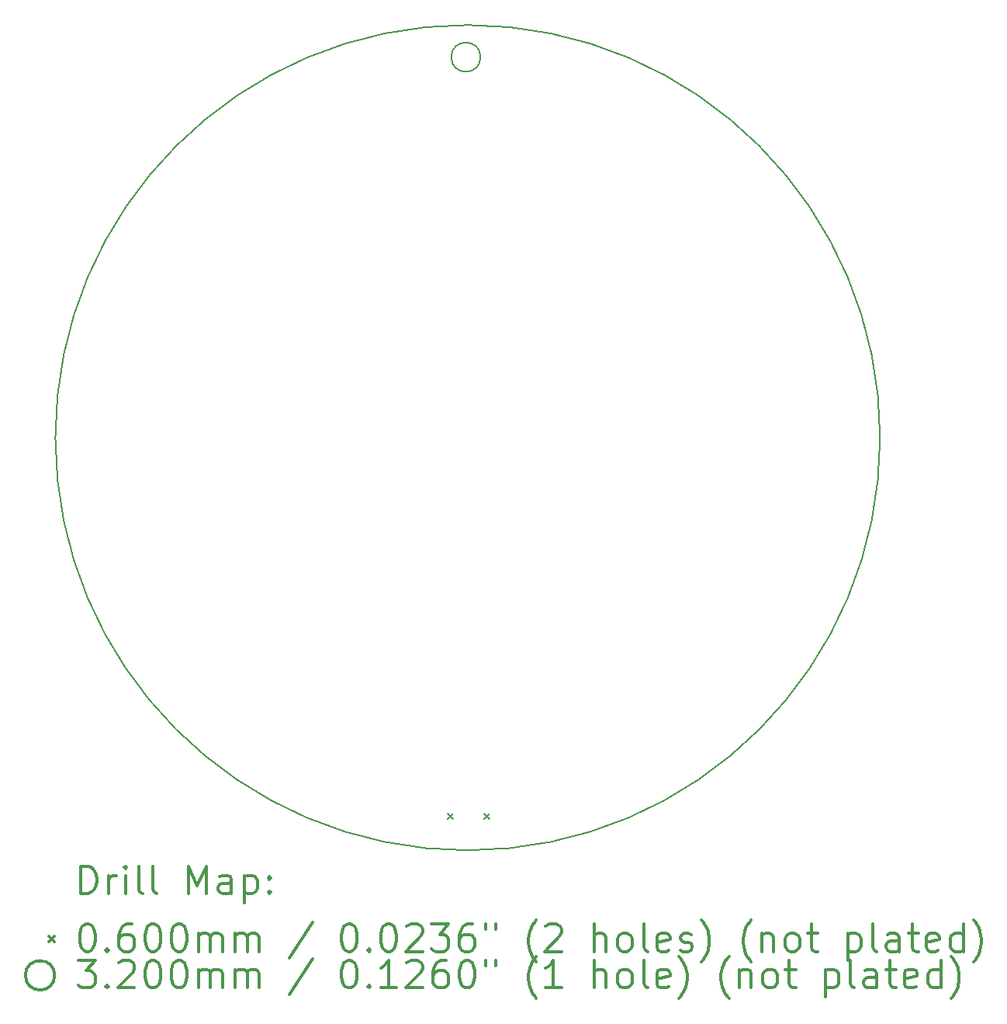
<source format=gbr>
%FSLAX45Y45*%
G04 Gerber Fmt 4.5, Leading zero omitted, Abs format (unit mm)*
G04 Created by KiCad (PCBNEW 5.1.10) date 2021-09-05 11:20:04*
%MOMM*%
%LPD*%
G01*
G04 APERTURE LIST*
%TA.AperFunction,Profile*%
%ADD10C,0.150000*%
%TD*%
%ADD11C,0.200000*%
%ADD12C,0.300000*%
G04 APERTURE END LIST*
D10*
X19520000Y-10000000D02*
G75*
G03*
X19520000Y-10000000I-4500000J0D01*
G01*
D11*
X14800000Y-14100000D02*
X14860000Y-14160000D01*
X14860000Y-14100000D02*
X14800000Y-14160000D01*
X15200000Y-14100000D02*
X15260000Y-14160000D01*
X15260000Y-14100000D02*
X15200000Y-14160000D01*
X15160000Y-5850000D02*
G75*
G03*
X15160000Y-5850000I-160000J0D01*
G01*
D12*
X10798928Y-14973214D02*
X10798928Y-14673214D01*
X10870357Y-14673214D01*
X10913214Y-14687500D01*
X10941786Y-14716071D01*
X10956071Y-14744643D01*
X10970357Y-14801786D01*
X10970357Y-14844643D01*
X10956071Y-14901786D01*
X10941786Y-14930357D01*
X10913214Y-14958929D01*
X10870357Y-14973214D01*
X10798928Y-14973214D01*
X11098928Y-14973214D02*
X11098928Y-14773214D01*
X11098928Y-14830357D02*
X11113214Y-14801786D01*
X11127500Y-14787500D01*
X11156071Y-14773214D01*
X11184643Y-14773214D01*
X11284643Y-14973214D02*
X11284643Y-14773214D01*
X11284643Y-14673214D02*
X11270357Y-14687500D01*
X11284643Y-14701786D01*
X11298928Y-14687500D01*
X11284643Y-14673214D01*
X11284643Y-14701786D01*
X11470357Y-14973214D02*
X11441786Y-14958929D01*
X11427500Y-14930357D01*
X11427500Y-14673214D01*
X11627500Y-14973214D02*
X11598928Y-14958929D01*
X11584643Y-14930357D01*
X11584643Y-14673214D01*
X11970357Y-14973214D02*
X11970357Y-14673214D01*
X12070357Y-14887500D01*
X12170357Y-14673214D01*
X12170357Y-14973214D01*
X12441786Y-14973214D02*
X12441786Y-14816071D01*
X12427500Y-14787500D01*
X12398928Y-14773214D01*
X12341786Y-14773214D01*
X12313214Y-14787500D01*
X12441786Y-14958929D02*
X12413214Y-14973214D01*
X12341786Y-14973214D01*
X12313214Y-14958929D01*
X12298928Y-14930357D01*
X12298928Y-14901786D01*
X12313214Y-14873214D01*
X12341786Y-14858929D01*
X12413214Y-14858929D01*
X12441786Y-14844643D01*
X12584643Y-14773214D02*
X12584643Y-15073214D01*
X12584643Y-14787500D02*
X12613214Y-14773214D01*
X12670357Y-14773214D01*
X12698928Y-14787500D01*
X12713214Y-14801786D01*
X12727500Y-14830357D01*
X12727500Y-14916071D01*
X12713214Y-14944643D01*
X12698928Y-14958929D01*
X12670357Y-14973214D01*
X12613214Y-14973214D01*
X12584643Y-14958929D01*
X12856071Y-14944643D02*
X12870357Y-14958929D01*
X12856071Y-14973214D01*
X12841786Y-14958929D01*
X12856071Y-14944643D01*
X12856071Y-14973214D01*
X12856071Y-14787500D02*
X12870357Y-14801786D01*
X12856071Y-14816071D01*
X12841786Y-14801786D01*
X12856071Y-14787500D01*
X12856071Y-14816071D01*
X10452500Y-15437500D02*
X10512500Y-15497500D01*
X10512500Y-15437500D02*
X10452500Y-15497500D01*
X10856071Y-15303214D02*
X10884643Y-15303214D01*
X10913214Y-15317500D01*
X10927500Y-15331786D01*
X10941786Y-15360357D01*
X10956071Y-15417500D01*
X10956071Y-15488929D01*
X10941786Y-15546071D01*
X10927500Y-15574643D01*
X10913214Y-15588929D01*
X10884643Y-15603214D01*
X10856071Y-15603214D01*
X10827500Y-15588929D01*
X10813214Y-15574643D01*
X10798928Y-15546071D01*
X10784643Y-15488929D01*
X10784643Y-15417500D01*
X10798928Y-15360357D01*
X10813214Y-15331786D01*
X10827500Y-15317500D01*
X10856071Y-15303214D01*
X11084643Y-15574643D02*
X11098928Y-15588929D01*
X11084643Y-15603214D01*
X11070357Y-15588929D01*
X11084643Y-15574643D01*
X11084643Y-15603214D01*
X11356071Y-15303214D02*
X11298928Y-15303214D01*
X11270357Y-15317500D01*
X11256071Y-15331786D01*
X11227500Y-15374643D01*
X11213214Y-15431786D01*
X11213214Y-15546071D01*
X11227500Y-15574643D01*
X11241786Y-15588929D01*
X11270357Y-15603214D01*
X11327500Y-15603214D01*
X11356071Y-15588929D01*
X11370357Y-15574643D01*
X11384643Y-15546071D01*
X11384643Y-15474643D01*
X11370357Y-15446071D01*
X11356071Y-15431786D01*
X11327500Y-15417500D01*
X11270357Y-15417500D01*
X11241786Y-15431786D01*
X11227500Y-15446071D01*
X11213214Y-15474643D01*
X11570357Y-15303214D02*
X11598928Y-15303214D01*
X11627500Y-15317500D01*
X11641786Y-15331786D01*
X11656071Y-15360357D01*
X11670357Y-15417500D01*
X11670357Y-15488929D01*
X11656071Y-15546071D01*
X11641786Y-15574643D01*
X11627500Y-15588929D01*
X11598928Y-15603214D01*
X11570357Y-15603214D01*
X11541786Y-15588929D01*
X11527500Y-15574643D01*
X11513214Y-15546071D01*
X11498928Y-15488929D01*
X11498928Y-15417500D01*
X11513214Y-15360357D01*
X11527500Y-15331786D01*
X11541786Y-15317500D01*
X11570357Y-15303214D01*
X11856071Y-15303214D02*
X11884643Y-15303214D01*
X11913214Y-15317500D01*
X11927500Y-15331786D01*
X11941786Y-15360357D01*
X11956071Y-15417500D01*
X11956071Y-15488929D01*
X11941786Y-15546071D01*
X11927500Y-15574643D01*
X11913214Y-15588929D01*
X11884643Y-15603214D01*
X11856071Y-15603214D01*
X11827500Y-15588929D01*
X11813214Y-15574643D01*
X11798928Y-15546071D01*
X11784643Y-15488929D01*
X11784643Y-15417500D01*
X11798928Y-15360357D01*
X11813214Y-15331786D01*
X11827500Y-15317500D01*
X11856071Y-15303214D01*
X12084643Y-15603214D02*
X12084643Y-15403214D01*
X12084643Y-15431786D02*
X12098928Y-15417500D01*
X12127500Y-15403214D01*
X12170357Y-15403214D01*
X12198928Y-15417500D01*
X12213214Y-15446071D01*
X12213214Y-15603214D01*
X12213214Y-15446071D02*
X12227500Y-15417500D01*
X12256071Y-15403214D01*
X12298928Y-15403214D01*
X12327500Y-15417500D01*
X12341786Y-15446071D01*
X12341786Y-15603214D01*
X12484643Y-15603214D02*
X12484643Y-15403214D01*
X12484643Y-15431786D02*
X12498928Y-15417500D01*
X12527500Y-15403214D01*
X12570357Y-15403214D01*
X12598928Y-15417500D01*
X12613214Y-15446071D01*
X12613214Y-15603214D01*
X12613214Y-15446071D02*
X12627500Y-15417500D01*
X12656071Y-15403214D01*
X12698928Y-15403214D01*
X12727500Y-15417500D01*
X12741786Y-15446071D01*
X12741786Y-15603214D01*
X13327500Y-15288929D02*
X13070357Y-15674643D01*
X13713214Y-15303214D02*
X13741786Y-15303214D01*
X13770357Y-15317500D01*
X13784643Y-15331786D01*
X13798928Y-15360357D01*
X13813214Y-15417500D01*
X13813214Y-15488929D01*
X13798928Y-15546071D01*
X13784643Y-15574643D01*
X13770357Y-15588929D01*
X13741786Y-15603214D01*
X13713214Y-15603214D01*
X13684643Y-15588929D01*
X13670357Y-15574643D01*
X13656071Y-15546071D01*
X13641786Y-15488929D01*
X13641786Y-15417500D01*
X13656071Y-15360357D01*
X13670357Y-15331786D01*
X13684643Y-15317500D01*
X13713214Y-15303214D01*
X13941786Y-15574643D02*
X13956071Y-15588929D01*
X13941786Y-15603214D01*
X13927500Y-15588929D01*
X13941786Y-15574643D01*
X13941786Y-15603214D01*
X14141786Y-15303214D02*
X14170357Y-15303214D01*
X14198928Y-15317500D01*
X14213214Y-15331786D01*
X14227500Y-15360357D01*
X14241786Y-15417500D01*
X14241786Y-15488929D01*
X14227500Y-15546071D01*
X14213214Y-15574643D01*
X14198928Y-15588929D01*
X14170357Y-15603214D01*
X14141786Y-15603214D01*
X14113214Y-15588929D01*
X14098928Y-15574643D01*
X14084643Y-15546071D01*
X14070357Y-15488929D01*
X14070357Y-15417500D01*
X14084643Y-15360357D01*
X14098928Y-15331786D01*
X14113214Y-15317500D01*
X14141786Y-15303214D01*
X14356071Y-15331786D02*
X14370357Y-15317500D01*
X14398928Y-15303214D01*
X14470357Y-15303214D01*
X14498928Y-15317500D01*
X14513214Y-15331786D01*
X14527500Y-15360357D01*
X14527500Y-15388929D01*
X14513214Y-15431786D01*
X14341786Y-15603214D01*
X14527500Y-15603214D01*
X14627500Y-15303214D02*
X14813214Y-15303214D01*
X14713214Y-15417500D01*
X14756071Y-15417500D01*
X14784643Y-15431786D01*
X14798928Y-15446071D01*
X14813214Y-15474643D01*
X14813214Y-15546071D01*
X14798928Y-15574643D01*
X14784643Y-15588929D01*
X14756071Y-15603214D01*
X14670357Y-15603214D01*
X14641786Y-15588929D01*
X14627500Y-15574643D01*
X15070357Y-15303214D02*
X15013214Y-15303214D01*
X14984643Y-15317500D01*
X14970357Y-15331786D01*
X14941786Y-15374643D01*
X14927500Y-15431786D01*
X14927500Y-15546071D01*
X14941786Y-15574643D01*
X14956071Y-15588929D01*
X14984643Y-15603214D01*
X15041786Y-15603214D01*
X15070357Y-15588929D01*
X15084643Y-15574643D01*
X15098928Y-15546071D01*
X15098928Y-15474643D01*
X15084643Y-15446071D01*
X15070357Y-15431786D01*
X15041786Y-15417500D01*
X14984643Y-15417500D01*
X14956071Y-15431786D01*
X14941786Y-15446071D01*
X14927500Y-15474643D01*
X15213214Y-15303214D02*
X15213214Y-15360357D01*
X15327500Y-15303214D02*
X15327500Y-15360357D01*
X15770357Y-15717500D02*
X15756071Y-15703214D01*
X15727500Y-15660357D01*
X15713214Y-15631786D01*
X15698928Y-15588929D01*
X15684643Y-15517500D01*
X15684643Y-15460357D01*
X15698928Y-15388929D01*
X15713214Y-15346071D01*
X15727500Y-15317500D01*
X15756071Y-15274643D01*
X15770357Y-15260357D01*
X15870357Y-15331786D02*
X15884643Y-15317500D01*
X15913214Y-15303214D01*
X15984643Y-15303214D01*
X16013214Y-15317500D01*
X16027500Y-15331786D01*
X16041786Y-15360357D01*
X16041786Y-15388929D01*
X16027500Y-15431786D01*
X15856071Y-15603214D01*
X16041786Y-15603214D01*
X16398928Y-15603214D02*
X16398928Y-15303214D01*
X16527500Y-15603214D02*
X16527500Y-15446071D01*
X16513214Y-15417500D01*
X16484643Y-15403214D01*
X16441786Y-15403214D01*
X16413214Y-15417500D01*
X16398928Y-15431786D01*
X16713214Y-15603214D02*
X16684643Y-15588929D01*
X16670357Y-15574643D01*
X16656071Y-15546071D01*
X16656071Y-15460357D01*
X16670357Y-15431786D01*
X16684643Y-15417500D01*
X16713214Y-15403214D01*
X16756071Y-15403214D01*
X16784643Y-15417500D01*
X16798928Y-15431786D01*
X16813214Y-15460357D01*
X16813214Y-15546071D01*
X16798928Y-15574643D01*
X16784643Y-15588929D01*
X16756071Y-15603214D01*
X16713214Y-15603214D01*
X16984643Y-15603214D02*
X16956071Y-15588929D01*
X16941786Y-15560357D01*
X16941786Y-15303214D01*
X17213214Y-15588929D02*
X17184643Y-15603214D01*
X17127500Y-15603214D01*
X17098928Y-15588929D01*
X17084643Y-15560357D01*
X17084643Y-15446071D01*
X17098928Y-15417500D01*
X17127500Y-15403214D01*
X17184643Y-15403214D01*
X17213214Y-15417500D01*
X17227500Y-15446071D01*
X17227500Y-15474643D01*
X17084643Y-15503214D01*
X17341786Y-15588929D02*
X17370357Y-15603214D01*
X17427500Y-15603214D01*
X17456071Y-15588929D01*
X17470357Y-15560357D01*
X17470357Y-15546071D01*
X17456071Y-15517500D01*
X17427500Y-15503214D01*
X17384643Y-15503214D01*
X17356071Y-15488929D01*
X17341786Y-15460357D01*
X17341786Y-15446071D01*
X17356071Y-15417500D01*
X17384643Y-15403214D01*
X17427500Y-15403214D01*
X17456071Y-15417500D01*
X17570357Y-15717500D02*
X17584643Y-15703214D01*
X17613214Y-15660357D01*
X17627500Y-15631786D01*
X17641786Y-15588929D01*
X17656071Y-15517500D01*
X17656071Y-15460357D01*
X17641786Y-15388929D01*
X17627500Y-15346071D01*
X17613214Y-15317500D01*
X17584643Y-15274643D01*
X17570357Y-15260357D01*
X18113214Y-15717500D02*
X18098928Y-15703214D01*
X18070357Y-15660357D01*
X18056071Y-15631786D01*
X18041786Y-15588929D01*
X18027500Y-15517500D01*
X18027500Y-15460357D01*
X18041786Y-15388929D01*
X18056071Y-15346071D01*
X18070357Y-15317500D01*
X18098928Y-15274643D01*
X18113214Y-15260357D01*
X18227500Y-15403214D02*
X18227500Y-15603214D01*
X18227500Y-15431786D02*
X18241786Y-15417500D01*
X18270357Y-15403214D01*
X18313214Y-15403214D01*
X18341786Y-15417500D01*
X18356071Y-15446071D01*
X18356071Y-15603214D01*
X18541786Y-15603214D02*
X18513214Y-15588929D01*
X18498928Y-15574643D01*
X18484643Y-15546071D01*
X18484643Y-15460357D01*
X18498928Y-15431786D01*
X18513214Y-15417500D01*
X18541786Y-15403214D01*
X18584643Y-15403214D01*
X18613214Y-15417500D01*
X18627500Y-15431786D01*
X18641786Y-15460357D01*
X18641786Y-15546071D01*
X18627500Y-15574643D01*
X18613214Y-15588929D01*
X18584643Y-15603214D01*
X18541786Y-15603214D01*
X18727500Y-15403214D02*
X18841786Y-15403214D01*
X18770357Y-15303214D02*
X18770357Y-15560357D01*
X18784643Y-15588929D01*
X18813214Y-15603214D01*
X18841786Y-15603214D01*
X19170357Y-15403214D02*
X19170357Y-15703214D01*
X19170357Y-15417500D02*
X19198928Y-15403214D01*
X19256071Y-15403214D01*
X19284643Y-15417500D01*
X19298928Y-15431786D01*
X19313214Y-15460357D01*
X19313214Y-15546071D01*
X19298928Y-15574643D01*
X19284643Y-15588929D01*
X19256071Y-15603214D01*
X19198928Y-15603214D01*
X19170357Y-15588929D01*
X19484643Y-15603214D02*
X19456071Y-15588929D01*
X19441786Y-15560357D01*
X19441786Y-15303214D01*
X19727500Y-15603214D02*
X19727500Y-15446071D01*
X19713214Y-15417500D01*
X19684643Y-15403214D01*
X19627500Y-15403214D01*
X19598928Y-15417500D01*
X19727500Y-15588929D02*
X19698928Y-15603214D01*
X19627500Y-15603214D01*
X19598928Y-15588929D01*
X19584643Y-15560357D01*
X19584643Y-15531786D01*
X19598928Y-15503214D01*
X19627500Y-15488929D01*
X19698928Y-15488929D01*
X19727500Y-15474643D01*
X19827500Y-15403214D02*
X19941786Y-15403214D01*
X19870357Y-15303214D02*
X19870357Y-15560357D01*
X19884643Y-15588929D01*
X19913214Y-15603214D01*
X19941786Y-15603214D01*
X20156071Y-15588929D02*
X20127500Y-15603214D01*
X20070357Y-15603214D01*
X20041786Y-15588929D01*
X20027500Y-15560357D01*
X20027500Y-15446071D01*
X20041786Y-15417500D01*
X20070357Y-15403214D01*
X20127500Y-15403214D01*
X20156071Y-15417500D01*
X20170357Y-15446071D01*
X20170357Y-15474643D01*
X20027500Y-15503214D01*
X20427500Y-15603214D02*
X20427500Y-15303214D01*
X20427500Y-15588929D02*
X20398928Y-15603214D01*
X20341786Y-15603214D01*
X20313214Y-15588929D01*
X20298928Y-15574643D01*
X20284643Y-15546071D01*
X20284643Y-15460357D01*
X20298928Y-15431786D01*
X20313214Y-15417500D01*
X20341786Y-15403214D01*
X20398928Y-15403214D01*
X20427500Y-15417500D01*
X20541786Y-15717500D02*
X20556071Y-15703214D01*
X20584643Y-15660357D01*
X20598928Y-15631786D01*
X20613214Y-15588929D01*
X20627500Y-15517500D01*
X20627500Y-15460357D01*
X20613214Y-15388929D01*
X20598928Y-15346071D01*
X20584643Y-15317500D01*
X20556071Y-15274643D01*
X20541786Y-15260357D01*
X10512500Y-15863500D02*
G75*
G03*
X10512500Y-15863500I-160000J0D01*
G01*
X10770357Y-15699214D02*
X10956071Y-15699214D01*
X10856071Y-15813500D01*
X10898928Y-15813500D01*
X10927500Y-15827786D01*
X10941786Y-15842071D01*
X10956071Y-15870643D01*
X10956071Y-15942071D01*
X10941786Y-15970643D01*
X10927500Y-15984929D01*
X10898928Y-15999214D01*
X10813214Y-15999214D01*
X10784643Y-15984929D01*
X10770357Y-15970643D01*
X11084643Y-15970643D02*
X11098928Y-15984929D01*
X11084643Y-15999214D01*
X11070357Y-15984929D01*
X11084643Y-15970643D01*
X11084643Y-15999214D01*
X11213214Y-15727786D02*
X11227500Y-15713500D01*
X11256071Y-15699214D01*
X11327500Y-15699214D01*
X11356071Y-15713500D01*
X11370357Y-15727786D01*
X11384643Y-15756357D01*
X11384643Y-15784929D01*
X11370357Y-15827786D01*
X11198928Y-15999214D01*
X11384643Y-15999214D01*
X11570357Y-15699214D02*
X11598928Y-15699214D01*
X11627500Y-15713500D01*
X11641786Y-15727786D01*
X11656071Y-15756357D01*
X11670357Y-15813500D01*
X11670357Y-15884929D01*
X11656071Y-15942071D01*
X11641786Y-15970643D01*
X11627500Y-15984929D01*
X11598928Y-15999214D01*
X11570357Y-15999214D01*
X11541786Y-15984929D01*
X11527500Y-15970643D01*
X11513214Y-15942071D01*
X11498928Y-15884929D01*
X11498928Y-15813500D01*
X11513214Y-15756357D01*
X11527500Y-15727786D01*
X11541786Y-15713500D01*
X11570357Y-15699214D01*
X11856071Y-15699214D02*
X11884643Y-15699214D01*
X11913214Y-15713500D01*
X11927500Y-15727786D01*
X11941786Y-15756357D01*
X11956071Y-15813500D01*
X11956071Y-15884929D01*
X11941786Y-15942071D01*
X11927500Y-15970643D01*
X11913214Y-15984929D01*
X11884643Y-15999214D01*
X11856071Y-15999214D01*
X11827500Y-15984929D01*
X11813214Y-15970643D01*
X11798928Y-15942071D01*
X11784643Y-15884929D01*
X11784643Y-15813500D01*
X11798928Y-15756357D01*
X11813214Y-15727786D01*
X11827500Y-15713500D01*
X11856071Y-15699214D01*
X12084643Y-15999214D02*
X12084643Y-15799214D01*
X12084643Y-15827786D02*
X12098928Y-15813500D01*
X12127500Y-15799214D01*
X12170357Y-15799214D01*
X12198928Y-15813500D01*
X12213214Y-15842071D01*
X12213214Y-15999214D01*
X12213214Y-15842071D02*
X12227500Y-15813500D01*
X12256071Y-15799214D01*
X12298928Y-15799214D01*
X12327500Y-15813500D01*
X12341786Y-15842071D01*
X12341786Y-15999214D01*
X12484643Y-15999214D02*
X12484643Y-15799214D01*
X12484643Y-15827786D02*
X12498928Y-15813500D01*
X12527500Y-15799214D01*
X12570357Y-15799214D01*
X12598928Y-15813500D01*
X12613214Y-15842071D01*
X12613214Y-15999214D01*
X12613214Y-15842071D02*
X12627500Y-15813500D01*
X12656071Y-15799214D01*
X12698928Y-15799214D01*
X12727500Y-15813500D01*
X12741786Y-15842071D01*
X12741786Y-15999214D01*
X13327500Y-15684929D02*
X13070357Y-16070643D01*
X13713214Y-15699214D02*
X13741786Y-15699214D01*
X13770357Y-15713500D01*
X13784643Y-15727786D01*
X13798928Y-15756357D01*
X13813214Y-15813500D01*
X13813214Y-15884929D01*
X13798928Y-15942071D01*
X13784643Y-15970643D01*
X13770357Y-15984929D01*
X13741786Y-15999214D01*
X13713214Y-15999214D01*
X13684643Y-15984929D01*
X13670357Y-15970643D01*
X13656071Y-15942071D01*
X13641786Y-15884929D01*
X13641786Y-15813500D01*
X13656071Y-15756357D01*
X13670357Y-15727786D01*
X13684643Y-15713500D01*
X13713214Y-15699214D01*
X13941786Y-15970643D02*
X13956071Y-15984929D01*
X13941786Y-15999214D01*
X13927500Y-15984929D01*
X13941786Y-15970643D01*
X13941786Y-15999214D01*
X14241786Y-15999214D02*
X14070357Y-15999214D01*
X14156071Y-15999214D02*
X14156071Y-15699214D01*
X14127500Y-15742071D01*
X14098928Y-15770643D01*
X14070357Y-15784929D01*
X14356071Y-15727786D02*
X14370357Y-15713500D01*
X14398928Y-15699214D01*
X14470357Y-15699214D01*
X14498928Y-15713500D01*
X14513214Y-15727786D01*
X14527500Y-15756357D01*
X14527500Y-15784929D01*
X14513214Y-15827786D01*
X14341786Y-15999214D01*
X14527500Y-15999214D01*
X14784643Y-15699214D02*
X14727500Y-15699214D01*
X14698928Y-15713500D01*
X14684643Y-15727786D01*
X14656071Y-15770643D01*
X14641786Y-15827786D01*
X14641786Y-15942071D01*
X14656071Y-15970643D01*
X14670357Y-15984929D01*
X14698928Y-15999214D01*
X14756071Y-15999214D01*
X14784643Y-15984929D01*
X14798928Y-15970643D01*
X14813214Y-15942071D01*
X14813214Y-15870643D01*
X14798928Y-15842071D01*
X14784643Y-15827786D01*
X14756071Y-15813500D01*
X14698928Y-15813500D01*
X14670357Y-15827786D01*
X14656071Y-15842071D01*
X14641786Y-15870643D01*
X14998928Y-15699214D02*
X15027500Y-15699214D01*
X15056071Y-15713500D01*
X15070357Y-15727786D01*
X15084643Y-15756357D01*
X15098928Y-15813500D01*
X15098928Y-15884929D01*
X15084643Y-15942071D01*
X15070357Y-15970643D01*
X15056071Y-15984929D01*
X15027500Y-15999214D01*
X14998928Y-15999214D01*
X14970357Y-15984929D01*
X14956071Y-15970643D01*
X14941786Y-15942071D01*
X14927500Y-15884929D01*
X14927500Y-15813500D01*
X14941786Y-15756357D01*
X14956071Y-15727786D01*
X14970357Y-15713500D01*
X14998928Y-15699214D01*
X15213214Y-15699214D02*
X15213214Y-15756357D01*
X15327500Y-15699214D02*
X15327500Y-15756357D01*
X15770357Y-16113500D02*
X15756071Y-16099214D01*
X15727500Y-16056357D01*
X15713214Y-16027786D01*
X15698928Y-15984929D01*
X15684643Y-15913500D01*
X15684643Y-15856357D01*
X15698928Y-15784929D01*
X15713214Y-15742071D01*
X15727500Y-15713500D01*
X15756071Y-15670643D01*
X15770357Y-15656357D01*
X16041786Y-15999214D02*
X15870357Y-15999214D01*
X15956071Y-15999214D02*
X15956071Y-15699214D01*
X15927500Y-15742071D01*
X15898928Y-15770643D01*
X15870357Y-15784929D01*
X16398928Y-15999214D02*
X16398928Y-15699214D01*
X16527500Y-15999214D02*
X16527500Y-15842071D01*
X16513214Y-15813500D01*
X16484643Y-15799214D01*
X16441786Y-15799214D01*
X16413214Y-15813500D01*
X16398928Y-15827786D01*
X16713214Y-15999214D02*
X16684643Y-15984929D01*
X16670357Y-15970643D01*
X16656071Y-15942071D01*
X16656071Y-15856357D01*
X16670357Y-15827786D01*
X16684643Y-15813500D01*
X16713214Y-15799214D01*
X16756071Y-15799214D01*
X16784643Y-15813500D01*
X16798928Y-15827786D01*
X16813214Y-15856357D01*
X16813214Y-15942071D01*
X16798928Y-15970643D01*
X16784643Y-15984929D01*
X16756071Y-15999214D01*
X16713214Y-15999214D01*
X16984643Y-15999214D02*
X16956071Y-15984929D01*
X16941786Y-15956357D01*
X16941786Y-15699214D01*
X17213214Y-15984929D02*
X17184643Y-15999214D01*
X17127500Y-15999214D01*
X17098928Y-15984929D01*
X17084643Y-15956357D01*
X17084643Y-15842071D01*
X17098928Y-15813500D01*
X17127500Y-15799214D01*
X17184643Y-15799214D01*
X17213214Y-15813500D01*
X17227500Y-15842071D01*
X17227500Y-15870643D01*
X17084643Y-15899214D01*
X17327500Y-16113500D02*
X17341786Y-16099214D01*
X17370357Y-16056357D01*
X17384643Y-16027786D01*
X17398928Y-15984929D01*
X17413214Y-15913500D01*
X17413214Y-15856357D01*
X17398928Y-15784929D01*
X17384643Y-15742071D01*
X17370357Y-15713500D01*
X17341786Y-15670643D01*
X17327500Y-15656357D01*
X17870357Y-16113500D02*
X17856071Y-16099214D01*
X17827500Y-16056357D01*
X17813214Y-16027786D01*
X17798928Y-15984929D01*
X17784643Y-15913500D01*
X17784643Y-15856357D01*
X17798928Y-15784929D01*
X17813214Y-15742071D01*
X17827500Y-15713500D01*
X17856071Y-15670643D01*
X17870357Y-15656357D01*
X17984643Y-15799214D02*
X17984643Y-15999214D01*
X17984643Y-15827786D02*
X17998928Y-15813500D01*
X18027500Y-15799214D01*
X18070357Y-15799214D01*
X18098928Y-15813500D01*
X18113214Y-15842071D01*
X18113214Y-15999214D01*
X18298928Y-15999214D02*
X18270357Y-15984929D01*
X18256071Y-15970643D01*
X18241786Y-15942071D01*
X18241786Y-15856357D01*
X18256071Y-15827786D01*
X18270357Y-15813500D01*
X18298928Y-15799214D01*
X18341786Y-15799214D01*
X18370357Y-15813500D01*
X18384643Y-15827786D01*
X18398928Y-15856357D01*
X18398928Y-15942071D01*
X18384643Y-15970643D01*
X18370357Y-15984929D01*
X18341786Y-15999214D01*
X18298928Y-15999214D01*
X18484643Y-15799214D02*
X18598928Y-15799214D01*
X18527500Y-15699214D02*
X18527500Y-15956357D01*
X18541786Y-15984929D01*
X18570357Y-15999214D01*
X18598928Y-15999214D01*
X18927500Y-15799214D02*
X18927500Y-16099214D01*
X18927500Y-15813500D02*
X18956071Y-15799214D01*
X19013214Y-15799214D01*
X19041786Y-15813500D01*
X19056071Y-15827786D01*
X19070357Y-15856357D01*
X19070357Y-15942071D01*
X19056071Y-15970643D01*
X19041786Y-15984929D01*
X19013214Y-15999214D01*
X18956071Y-15999214D01*
X18927500Y-15984929D01*
X19241786Y-15999214D02*
X19213214Y-15984929D01*
X19198928Y-15956357D01*
X19198928Y-15699214D01*
X19484643Y-15999214D02*
X19484643Y-15842071D01*
X19470357Y-15813500D01*
X19441786Y-15799214D01*
X19384643Y-15799214D01*
X19356071Y-15813500D01*
X19484643Y-15984929D02*
X19456071Y-15999214D01*
X19384643Y-15999214D01*
X19356071Y-15984929D01*
X19341786Y-15956357D01*
X19341786Y-15927786D01*
X19356071Y-15899214D01*
X19384643Y-15884929D01*
X19456071Y-15884929D01*
X19484643Y-15870643D01*
X19584643Y-15799214D02*
X19698928Y-15799214D01*
X19627500Y-15699214D02*
X19627500Y-15956357D01*
X19641786Y-15984929D01*
X19670357Y-15999214D01*
X19698928Y-15999214D01*
X19913214Y-15984929D02*
X19884643Y-15999214D01*
X19827500Y-15999214D01*
X19798928Y-15984929D01*
X19784643Y-15956357D01*
X19784643Y-15842071D01*
X19798928Y-15813500D01*
X19827500Y-15799214D01*
X19884643Y-15799214D01*
X19913214Y-15813500D01*
X19927500Y-15842071D01*
X19927500Y-15870643D01*
X19784643Y-15899214D01*
X20184643Y-15999214D02*
X20184643Y-15699214D01*
X20184643Y-15984929D02*
X20156071Y-15999214D01*
X20098928Y-15999214D01*
X20070357Y-15984929D01*
X20056071Y-15970643D01*
X20041786Y-15942071D01*
X20041786Y-15856357D01*
X20056071Y-15827786D01*
X20070357Y-15813500D01*
X20098928Y-15799214D01*
X20156071Y-15799214D01*
X20184643Y-15813500D01*
X20298928Y-16113500D02*
X20313214Y-16099214D01*
X20341786Y-16056357D01*
X20356071Y-16027786D01*
X20370357Y-15984929D01*
X20384643Y-15913500D01*
X20384643Y-15856357D01*
X20370357Y-15784929D01*
X20356071Y-15742071D01*
X20341786Y-15713500D01*
X20313214Y-15670643D01*
X20298928Y-15656357D01*
M02*

</source>
